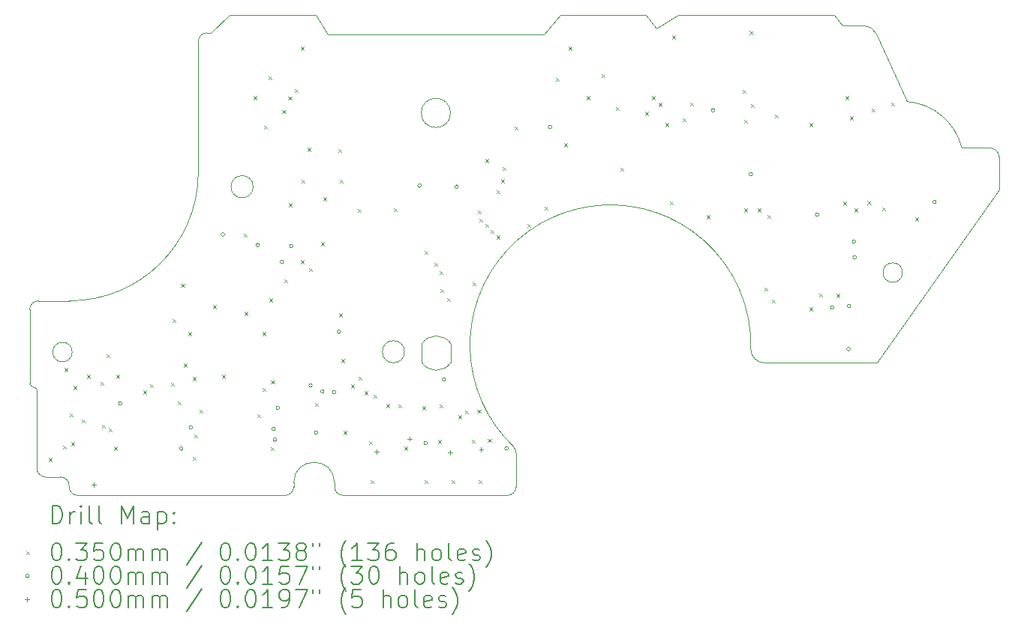
<source format=gbr>
%TF.GenerationSoftware,KiCad,Pcbnew,8.0.2*%
%TF.CreationDate,2024-09-01T00:41:52-07:00*%
%TF.ProjectId,procon_button_board,70726f63-6f6e-45f6-9275-74746f6e5f62,rev?*%
%TF.SameCoordinates,Original*%
%TF.FileFunction,Drillmap*%
%TF.FilePolarity,Positive*%
%FSLAX45Y45*%
G04 Gerber Fmt 4.5, Leading zero omitted, Abs format (unit mm)*
G04 Created by KiCad (PCBNEW 8.0.2) date 2024-09-01 00:41:52*
%MOMM*%
%LPD*%
G01*
G04 APERTURE LIST*
%ADD10C,0.100000*%
%ADD11C,0.200000*%
G04 APERTURE END LIST*
D10*
X12224800Y-13189600D02*
G75*
G02*
X11974800Y-13189600I-125000J0D01*
G01*
X11974800Y-13189600D02*
G75*
G02*
X12224800Y-13189600I125000J0D01*
G01*
X14451800Y-12355600D02*
G75*
G02*
X14121800Y-12355600I-165000J0D01*
G01*
X14121800Y-12355600D02*
G75*
G02*
X14451800Y-12355600I165000J0D01*
G01*
X15161922Y-16125842D02*
G75*
G02*
X15192803Y-16198106I-69122J-72268D01*
G01*
X20542800Y-12751600D02*
G75*
G02*
X20642800Y-12851600I0J-100000D01*
G01*
X9882800Y-16469600D02*
X10047800Y-16469600D01*
X11604800Y-11549600D02*
X11604800Y-13049600D01*
X9702800Y-14579600D02*
X9702800Y-15415385D01*
X14457800Y-15174523D02*
X14457800Y-14966677D01*
X19604800Y-12226600D02*
G75*
G02*
X20222802Y-12751599I-54870J-690830D01*
G01*
X15192800Y-16579600D02*
X15192800Y-16198106D01*
X10047800Y-16469600D02*
G75*
G02*
X10147800Y-16569600I0J-100000D01*
G01*
X10182800Y-15058600D02*
G75*
G02*
X9962800Y-15058600I-110000J0D01*
G01*
X9962800Y-15058600D02*
G75*
G02*
X10182800Y-15058600I110000J0D01*
G01*
X16654800Y-11249600D02*
X15689800Y-11249600D01*
X10247800Y-16679600D02*
G75*
G02*
X10147800Y-16579600I0J100000D01*
G01*
X17991813Y-15179600D02*
G75*
G02*
X17841810Y-15029600I-3J150000D01*
G01*
X15192800Y-16579600D02*
G75*
G02*
X15092800Y-16679600I-100000J0D01*
G01*
X9715514Y-15435957D02*
G75*
G02*
X9702805Y-15415385I10286J20567D01*
G01*
X15689800Y-11249600D02*
X15504800Y-11469600D01*
X9715514Y-15435957D02*
X9770086Y-15463243D01*
X12934800Y-11249600D02*
X11954800Y-11249600D01*
X11744800Y-11449600D02*
X11704800Y-11449600D01*
X10152800Y-14479600D02*
X9802800Y-14479600D01*
X13242800Y-16679600D02*
X15092800Y-16679600D01*
X14457800Y-15174523D02*
G75*
G02*
X14127800Y-15174523I-165000J103923D01*
G01*
X12682800Y-16579600D02*
G75*
G02*
X12582800Y-16679600I-100000J0D01*
G01*
X14127800Y-14966677D02*
X14127800Y-15174523D01*
X10247800Y-16679600D02*
X12582800Y-16679600D01*
X12682800Y-16579600D02*
X12682800Y-16534600D01*
X17310312Y-13795619D02*
G75*
G02*
X17841809Y-15029600I-1052772J-1184901D01*
G01*
X20542800Y-12751600D02*
X20222800Y-12751600D01*
X19552800Y-14159600D02*
G75*
G02*
X19332800Y-14159600I-110000J0D01*
G01*
X19332800Y-14159600D02*
G75*
G02*
X19552800Y-14159600I110000J0D01*
G01*
X9702800Y-14579600D02*
G75*
G02*
X9802800Y-14479600I100000J0D01*
G01*
X9782800Y-15483815D02*
X9782800Y-16369600D01*
X14127800Y-14966677D02*
G75*
G02*
X14457800Y-14966677I165000J-103923D01*
G01*
X11954800Y-11249600D02*
X11744800Y-11449600D01*
X15161922Y-16125842D02*
G75*
G02*
X17310316Y-13795615I1095588J1145392D01*
G01*
X12682800Y-16534600D02*
G75*
G02*
X13142800Y-16534600I230000J0D01*
G01*
X9882800Y-16469600D02*
G75*
G02*
X9782800Y-16369600I0J100000D01*
G01*
X9770086Y-15463243D02*
G75*
G02*
X9782796Y-15483815I-10286J-20567D01*
G01*
X17991813Y-15179600D02*
X19262800Y-15179600D01*
X19604800Y-12226600D02*
X19254787Y-11457470D01*
X19262800Y-15179600D02*
X20642800Y-13224600D01*
X15504800Y-11469600D02*
X13064800Y-11469600D01*
X20642800Y-13224600D02*
X20642800Y-12851600D01*
X19118260Y-11369600D02*
G75*
G02*
X19254788Y-11457470I0J-150000D01*
G01*
X10147800Y-16569600D02*
X10147800Y-16579600D01*
X13142800Y-16534600D02*
X13142800Y-16579600D01*
X19118260Y-11369600D02*
X18879800Y-11369600D01*
X18879800Y-11369600D02*
X18784800Y-11249600D01*
X13242800Y-16679600D02*
G75*
G02*
X13142800Y-16579600I0J100000D01*
G01*
X17019800Y-11249600D02*
X16779800Y-11399600D01*
X11604800Y-11549600D02*
G75*
G02*
X11704800Y-11449600I100000J0D01*
G01*
X13932800Y-15054600D02*
G75*
G02*
X13682800Y-15054600I-125000J0D01*
G01*
X13682800Y-15054600D02*
G75*
G02*
X13932800Y-15054600I125000J0D01*
G01*
X13064800Y-11469600D02*
X12934800Y-11249600D01*
X11604800Y-13049600D02*
G75*
G02*
X10152800Y-14479599I-1452000J22170D01*
G01*
X16779800Y-11399600D02*
X16654800Y-11249600D01*
X18784800Y-11249600D02*
X17019800Y-11249600D01*
D11*
D10*
X9920972Y-16256061D02*
X9955972Y-16291061D01*
X9955972Y-16256061D02*
X9920972Y-16291061D01*
X10077195Y-16119817D02*
X10112195Y-16154817D01*
X10112195Y-16119817D02*
X10077195Y-16154817D01*
X10098772Y-15240061D02*
X10133772Y-15275061D01*
X10133772Y-15240061D02*
X10098772Y-15275061D01*
X10157232Y-15751125D02*
X10192232Y-15786125D01*
X10192232Y-15751125D02*
X10157232Y-15786125D01*
X10174972Y-16078261D02*
X10209972Y-16113261D01*
X10209972Y-16078261D02*
X10174972Y-16113261D01*
X10200372Y-15443261D02*
X10235372Y-15478261D01*
X10235372Y-15443261D02*
X10200372Y-15478261D01*
X10290566Y-15817383D02*
X10325566Y-15852383D01*
X10325566Y-15817383D02*
X10290566Y-15852383D01*
X10352772Y-15316261D02*
X10387772Y-15351261D01*
X10387772Y-15316261D02*
X10352772Y-15351261D01*
X10502422Y-15397866D02*
X10537422Y-15432866D01*
X10537422Y-15397866D02*
X10502422Y-15432866D01*
X10518245Y-15880100D02*
X10553245Y-15915100D01*
X10553245Y-15880100D02*
X10518245Y-15915100D01*
X10566900Y-15086900D02*
X10601900Y-15121900D01*
X10601900Y-15086900D02*
X10566900Y-15121900D01*
X10598224Y-15920583D02*
X10633224Y-15955583D01*
X10633224Y-15920583D02*
X10598224Y-15955583D01*
X10657572Y-16129061D02*
X10692572Y-16164061D01*
X10692572Y-16129061D02*
X10657572Y-16164061D01*
X10682972Y-15316261D02*
X10717972Y-15351261D01*
X10717972Y-15316261D02*
X10682972Y-15351261D01*
X10987772Y-15494061D02*
X11022772Y-15529061D01*
X11022772Y-15494061D02*
X10987772Y-15529061D01*
X11063900Y-15419900D02*
X11098900Y-15454900D01*
X11098900Y-15419900D02*
X11063900Y-15454900D01*
X11298900Y-15408900D02*
X11333900Y-15443900D01*
X11333900Y-15408900D02*
X11298900Y-15443900D01*
X11313900Y-14683900D02*
X11348900Y-14718900D01*
X11348900Y-14683900D02*
X11313900Y-14718900D01*
X11374400Y-15616200D02*
X11409400Y-15651200D01*
X11409400Y-15616200D02*
X11374400Y-15651200D01*
X11411900Y-14288900D02*
X11446900Y-14323900D01*
X11446900Y-14288900D02*
X11411900Y-14323900D01*
X11444972Y-15189261D02*
X11479972Y-15224261D01*
X11479972Y-15189261D02*
X11444972Y-15224261D01*
X11495772Y-14833661D02*
X11530772Y-14868661D01*
X11530772Y-14833661D02*
X11495772Y-14868661D01*
X11541900Y-16242900D02*
X11576900Y-16277900D01*
X11576900Y-16242900D02*
X11541900Y-16277900D01*
X11546572Y-15341661D02*
X11581572Y-15376661D01*
X11581572Y-15341661D02*
X11546572Y-15376661D01*
X11556466Y-15992167D02*
X11591466Y-16027167D01*
X11591466Y-15992167D02*
X11556466Y-16027167D01*
X11615900Y-15711900D02*
X11650900Y-15746900D01*
X11650900Y-15711900D02*
X11615900Y-15746900D01*
X11775172Y-14528861D02*
X11810172Y-14563861D01*
X11810172Y-14528861D02*
X11775172Y-14563861D01*
X11876772Y-15316261D02*
X11911772Y-15351261D01*
X11911772Y-15316261D02*
X11876772Y-15351261D01*
X12121900Y-13718900D02*
X12156900Y-13753900D01*
X12156900Y-13718900D02*
X12121900Y-13753900D01*
X12130772Y-14605061D02*
X12165772Y-14640061D01*
X12165772Y-14605061D02*
X12130772Y-14640061D01*
X12232372Y-12166661D02*
X12267372Y-12201661D01*
X12267372Y-12166661D02*
X12232372Y-12201661D01*
X12269900Y-15759900D02*
X12304900Y-15794900D01*
X12304900Y-15759900D02*
X12269900Y-15794900D01*
X12332900Y-15462900D02*
X12367900Y-15497900D01*
X12367900Y-15462900D02*
X12332900Y-15497900D01*
X12333972Y-14833661D02*
X12368972Y-14868661D01*
X12368972Y-14833661D02*
X12333972Y-14868661D01*
X12345423Y-12497736D02*
X12380423Y-12532736D01*
X12380423Y-12497736D02*
X12345423Y-12532736D01*
X12397300Y-11946061D02*
X12432300Y-11981061D01*
X12432300Y-11946061D02*
X12397300Y-11981061D01*
X12410172Y-14452661D02*
X12445172Y-14487661D01*
X12445172Y-14452661D02*
X12410172Y-14487661D01*
X12422001Y-16136744D02*
X12457001Y-16171744D01*
X12457001Y-16136744D02*
X12422001Y-16171744D01*
X12427900Y-15382900D02*
X12462900Y-15417900D01*
X12462900Y-15382900D02*
X12427900Y-15417900D01*
X12555187Y-12322070D02*
X12590187Y-12357070D01*
X12590187Y-12322070D02*
X12555187Y-12357070D01*
X12576900Y-14235900D02*
X12611900Y-14270900D01*
X12611900Y-14235900D02*
X12576900Y-14270900D01*
X12622553Y-12174219D02*
X12657553Y-12209219D01*
X12657553Y-12174219D02*
X12622553Y-12209219D01*
X12625343Y-13378021D02*
X12660343Y-13413021D01*
X12660343Y-13378021D02*
X12625343Y-13413021D01*
X12696535Y-12087567D02*
X12731535Y-12122567D01*
X12731535Y-12087567D02*
X12696535Y-12122567D01*
X12765772Y-11607861D02*
X12800772Y-11642861D01*
X12800772Y-11607861D02*
X12765772Y-11642861D01*
X12765772Y-14020861D02*
X12800772Y-14055861D01*
X12800772Y-14020861D02*
X12765772Y-14055861D01*
X12773007Y-13109754D02*
X12808007Y-13144754D01*
X12808007Y-13109754D02*
X12773007Y-13144754D01*
X12841972Y-12750861D02*
X12876972Y-12785861D01*
X12876972Y-12750861D02*
X12841972Y-12785861D01*
X12853965Y-14109263D02*
X12888965Y-14144263D01*
X12888965Y-14109263D02*
X12853965Y-14144263D01*
X12925084Y-15635157D02*
X12960084Y-15670157D01*
X12960084Y-15635157D02*
X12925084Y-15670157D01*
X12994372Y-13817661D02*
X13029372Y-13852661D01*
X13029372Y-13817661D02*
X12994372Y-13852661D01*
X13019772Y-13309661D02*
X13054772Y-13344661D01*
X13054772Y-13309661D02*
X13019772Y-13344661D01*
X13185420Y-12763780D02*
X13220420Y-12798780D01*
X13220420Y-12763780D02*
X13185420Y-12798780D01*
X13196900Y-14621900D02*
X13231900Y-14656900D01*
X13231900Y-14621900D02*
X13196900Y-14656900D01*
X13205740Y-13109220D02*
X13240740Y-13144220D01*
X13240740Y-13109220D02*
X13205740Y-13144220D01*
X13222972Y-15138461D02*
X13257972Y-15173461D01*
X13257972Y-15138461D02*
X13222972Y-15173461D01*
X13248372Y-15951261D02*
X13283372Y-15986261D01*
X13283372Y-15951261D02*
X13248372Y-15986261D01*
X13329372Y-15426192D02*
X13364372Y-15461192D01*
X13364372Y-15426192D02*
X13329372Y-15461192D01*
X13406400Y-13444500D02*
X13441400Y-13479500D01*
X13441400Y-13444500D02*
X13406400Y-13479500D01*
X13410997Y-15338971D02*
X13445997Y-15373971D01*
X13445997Y-15338971D02*
X13410997Y-15373971D01*
X13485382Y-15502880D02*
X13520382Y-15537880D01*
X13520382Y-15502880D02*
X13485382Y-15537880D01*
X13532480Y-16068248D02*
X13567480Y-16103248D01*
X13567480Y-16068248D02*
X13532480Y-16103248D01*
X13553172Y-16503461D02*
X13588172Y-16538461D01*
X13588172Y-16503461D02*
X13553172Y-16538461D01*
X13582147Y-15544351D02*
X13617147Y-15579351D01*
X13617147Y-15544351D02*
X13582147Y-15579351D01*
X13730972Y-15646461D02*
X13765972Y-15681461D01*
X13765972Y-15646461D02*
X13730972Y-15681461D01*
X13812800Y-13431800D02*
X13847800Y-13466800D01*
X13847800Y-13431800D02*
X13812800Y-13466800D01*
X13859639Y-15649082D02*
X13894639Y-15684082D01*
X13894639Y-15649082D02*
X13859639Y-15684082D01*
X13934062Y-16129632D02*
X13969062Y-16164632D01*
X13969062Y-16129632D02*
X13934062Y-16164632D01*
X14137372Y-15671861D02*
X14172372Y-15706861D01*
X14172372Y-15671861D02*
X14137372Y-15706861D01*
X14157821Y-13917926D02*
X14192821Y-13952926D01*
X14192821Y-13917926D02*
X14157821Y-13952926D01*
X14162772Y-16503461D02*
X14197772Y-16538461D01*
X14197772Y-16503461D02*
X14162772Y-16538461D01*
X14267460Y-14054100D02*
X14302460Y-14089100D01*
X14302460Y-14054100D02*
X14267460Y-14089100D01*
X14315172Y-16052861D02*
X14350172Y-16087861D01*
X14350172Y-16052861D02*
X14315172Y-16087861D01*
X14325097Y-14141273D02*
X14360097Y-14176273D01*
X14360097Y-14141273D02*
X14325097Y-14176273D01*
X14331617Y-15652044D02*
X14366617Y-15687044D01*
X14366617Y-15652044D02*
X14331617Y-15687044D01*
X14333500Y-14346200D02*
X14368500Y-14381200D01*
X14368500Y-14346200D02*
X14333500Y-14381200D01*
X14409700Y-14447800D02*
X14444700Y-14482800D01*
X14444700Y-14447800D02*
X14409700Y-14482800D01*
X14467572Y-16503461D02*
X14502572Y-16538461D01*
X14502572Y-16503461D02*
X14467572Y-16538461D01*
X14543772Y-15773461D02*
X14578772Y-15808461D01*
X14578772Y-15773461D02*
X14543772Y-15808461D01*
X14619938Y-15719188D02*
X14654938Y-15754188D01*
X14654938Y-15719188D02*
X14619938Y-15754188D01*
X14689976Y-16052384D02*
X14724976Y-16087384D01*
X14724976Y-16052384D02*
X14689976Y-16087384D01*
X14701800Y-14270000D02*
X14736800Y-14305000D01*
X14736800Y-14270000D02*
X14701800Y-14305000D01*
X14756199Y-15711288D02*
X14791199Y-15746288D01*
X14791199Y-15711288D02*
X14756199Y-15746288D01*
X14762760Y-13459740D02*
X14797760Y-13494740D01*
X14797760Y-13459740D02*
X14762760Y-13494740D01*
X14772372Y-16503461D02*
X14807372Y-16538461D01*
X14807372Y-16503461D02*
X14772372Y-16538461D01*
X14780540Y-13548640D02*
X14815540Y-13583640D01*
X14815540Y-13548640D02*
X14780540Y-13583640D01*
X14844040Y-13612140D02*
X14879040Y-13647140D01*
X14879040Y-13612140D02*
X14844040Y-13647140D01*
X14846580Y-12878080D02*
X14881580Y-12913080D01*
X14881580Y-12878080D02*
X14846580Y-12913080D01*
X14874423Y-16043920D02*
X14909423Y-16078920D01*
X14909423Y-16043920D02*
X14874423Y-16078920D01*
X14907540Y-13678180D02*
X14942540Y-13713180D01*
X14942540Y-13678180D02*
X14907540Y-13713180D01*
X14968500Y-13228600D02*
X15003500Y-13263600D01*
X15003500Y-13228600D02*
X14968500Y-13263600D01*
X14973580Y-13741680D02*
X15008580Y-13776680D01*
X15008580Y-13741680D02*
X14973580Y-13776680D01*
X15026372Y-13106461D02*
X15061372Y-13141461D01*
X15061372Y-13106461D02*
X15026372Y-13141461D01*
X15039620Y-12966980D02*
X15074620Y-13001980D01*
X15074620Y-12966980D02*
X15039620Y-13001980D01*
X15176780Y-12512320D02*
X15211780Y-12547320D01*
X15211780Y-12512320D02*
X15176780Y-12547320D01*
X15319900Y-13608900D02*
X15354900Y-13643900D01*
X15354900Y-13608900D02*
X15319900Y-13643900D01*
X15517140Y-13415900D02*
X15552140Y-13450900D01*
X15552140Y-13415900D02*
X15517140Y-13450900D01*
X15641600Y-11958600D02*
X15676600Y-11993600D01*
X15676600Y-11958600D02*
X15641600Y-11993600D01*
X15737572Y-12700061D02*
X15772572Y-12735061D01*
X15772572Y-12700061D02*
X15737572Y-12735061D01*
X15788372Y-11607861D02*
X15823372Y-11642861D01*
X15823372Y-11607861D02*
X15788372Y-11642861D01*
X15991572Y-12166661D02*
X16026572Y-12201661D01*
X16026572Y-12166661D02*
X15991572Y-12201661D01*
X16159760Y-11917094D02*
X16194760Y-11952094D01*
X16194760Y-11917094D02*
X16159760Y-11952094D01*
X16321772Y-12288800D02*
X16356772Y-12323800D01*
X16356772Y-12288800D02*
X16321772Y-12323800D01*
X16365500Y-12974600D02*
X16400500Y-13009600D01*
X16400500Y-12974600D02*
X16365500Y-13009600D01*
X16651972Y-12344461D02*
X16686972Y-12379461D01*
X16686972Y-12344461D02*
X16651972Y-12379461D01*
X16728172Y-12166661D02*
X16763172Y-12201661D01*
X16763172Y-12166661D02*
X16728172Y-12201661D01*
X16804372Y-12242861D02*
X16839372Y-12277861D01*
X16839372Y-12242861D02*
X16804372Y-12277861D01*
X16880572Y-12471461D02*
X16915572Y-12506461D01*
X16915572Y-12471461D02*
X16880572Y-12506461D01*
X16924300Y-13355600D02*
X16959300Y-13390600D01*
X16959300Y-13355600D02*
X16924300Y-13390600D01*
X16956772Y-11480861D02*
X16991772Y-11515861D01*
X16991772Y-11480861D02*
X16956772Y-11515861D01*
X17074966Y-12419625D02*
X17109966Y-12454625D01*
X17109966Y-12419625D02*
X17074966Y-12454625D01*
X17152900Y-12238000D02*
X17187900Y-12273000D01*
X17187900Y-12238000D02*
X17152900Y-12273000D01*
X17340468Y-13512565D02*
X17375468Y-13547565D01*
X17375468Y-13512565D02*
X17340468Y-13547565D01*
X17745934Y-12093592D02*
X17780934Y-12128592D01*
X17780934Y-12093592D02*
X17745934Y-12128592D01*
X17767580Y-12433580D02*
X17802580Y-12468580D01*
X17802580Y-12433580D02*
X17767580Y-12468580D01*
X17769572Y-13436661D02*
X17804572Y-13471661D01*
X17804572Y-13436661D02*
X17769572Y-13471661D01*
X17829900Y-11430061D02*
X17864900Y-11465061D01*
X17864900Y-11430061D02*
X17829900Y-11465061D01*
X17838700Y-12258320D02*
X17873700Y-12293320D01*
X17873700Y-12258320D02*
X17838700Y-12293320D01*
X17921972Y-13436661D02*
X17956972Y-13471661D01*
X17956972Y-13436661D02*
X17921972Y-13471661D01*
X17992900Y-14327900D02*
X18027900Y-14362900D01*
X18027900Y-14327900D02*
X17992900Y-14362900D01*
X18029200Y-13508000D02*
X18064200Y-13543000D01*
X18064200Y-13508000D02*
X18029200Y-13543000D01*
X18077900Y-14468900D02*
X18112900Y-14503900D01*
X18112900Y-14468900D02*
X18077900Y-14503900D01*
X18115923Y-12371877D02*
X18150923Y-12406877D01*
X18150923Y-12371877D02*
X18115923Y-12406877D01*
X18506172Y-12471461D02*
X18541172Y-12506461D01*
X18541172Y-12471461D02*
X18506172Y-12506461D01*
X18506172Y-14554261D02*
X18541172Y-14589261D01*
X18541172Y-14554261D02*
X18506172Y-14589261D01*
X18613400Y-14397000D02*
X18648400Y-14432000D01*
X18648400Y-14397000D02*
X18613400Y-14432000D01*
X18810972Y-14401861D02*
X18845972Y-14436861D01*
X18845972Y-14401861D02*
X18810972Y-14436861D01*
X18887172Y-13360461D02*
X18922172Y-13395461D01*
X18922172Y-13360461D02*
X18887172Y-13395461D01*
X18912572Y-12166661D02*
X18947572Y-12201661D01*
X18947572Y-12166661D02*
X18912572Y-12201661D01*
X18963372Y-12395261D02*
X18998372Y-12430261D01*
X18998372Y-12395261D02*
X18963372Y-12430261D01*
X19014172Y-13436661D02*
X19049172Y-13471661D01*
X19049172Y-13436661D02*
X19014172Y-13471661D01*
X19158900Y-13351900D02*
X19193900Y-13386900D01*
X19193900Y-13351900D02*
X19158900Y-13386900D01*
X19203900Y-12309900D02*
X19238900Y-12344900D01*
X19238900Y-12309900D02*
X19203900Y-12344900D01*
X19325798Y-13421854D02*
X19360798Y-13456854D01*
X19360798Y-13421854D02*
X19325798Y-13456854D01*
X19426200Y-12238000D02*
X19461200Y-12273000D01*
X19461200Y-12238000D02*
X19426200Y-12273000D01*
X19699972Y-13538261D02*
X19734972Y-13573261D01*
X19734972Y-13538261D02*
X19699972Y-13573261D01*
X10745872Y-15638561D02*
G75*
G02*
X10705872Y-15638561I-20000J0D01*
G01*
X10705872Y-15638561D02*
G75*
G02*
X10745872Y-15638561I20000J0D01*
G01*
X11434400Y-16149400D02*
G75*
G02*
X11394400Y-16149400I-20000J0D01*
G01*
X11394400Y-16149400D02*
G75*
G02*
X11434400Y-16149400I20000J0D01*
G01*
X11539400Y-15908400D02*
G75*
G02*
X11499400Y-15908400I-20000J0D01*
G01*
X11499400Y-15908400D02*
G75*
G02*
X11539400Y-15908400I20000J0D01*
G01*
X11902400Y-13730400D02*
G75*
G02*
X11862400Y-13730400I-20000J0D01*
G01*
X11862400Y-13730400D02*
G75*
G02*
X11902400Y-13730400I20000J0D01*
G01*
X12295558Y-13850328D02*
G75*
G02*
X12255558Y-13850328I-20000J0D01*
G01*
X12255558Y-13850328D02*
G75*
G02*
X12295558Y-13850328I20000J0D01*
G01*
X12475400Y-15925357D02*
G75*
G02*
X12435400Y-15925357I-20000J0D01*
G01*
X12435400Y-15925357D02*
G75*
G02*
X12475400Y-15925357I20000J0D01*
G01*
X12490400Y-16048400D02*
G75*
G02*
X12450400Y-16048400I-20000J0D01*
G01*
X12450400Y-16048400D02*
G75*
G02*
X12490400Y-16048400I20000J0D01*
G01*
X12523872Y-15689361D02*
G75*
G02*
X12483872Y-15689361I-20000J0D01*
G01*
X12483872Y-15689361D02*
G75*
G02*
X12523872Y-15689361I20000J0D01*
G01*
X12569400Y-14037400D02*
G75*
G02*
X12529400Y-14037400I-20000J0D01*
G01*
X12529400Y-14037400D02*
G75*
G02*
X12569400Y-14037400I20000J0D01*
G01*
X12676272Y-13860561D02*
G75*
G02*
X12636272Y-13860561I-20000J0D01*
G01*
X12636272Y-13860561D02*
G75*
G02*
X12676272Y-13860561I20000J0D01*
G01*
X12892790Y-15435361D02*
G75*
G02*
X12852790Y-15435361I-20000J0D01*
G01*
X12852790Y-15435361D02*
G75*
G02*
X12892790Y-15435361I20000J0D01*
G01*
X12955672Y-15968761D02*
G75*
G02*
X12915672Y-15968761I-20000J0D01*
G01*
X12915672Y-15968761D02*
G75*
G02*
X12955672Y-15968761I20000J0D01*
G01*
X13025400Y-15504400D02*
G75*
G02*
X12985400Y-15504400I-20000J0D01*
G01*
X12985400Y-15504400D02*
G75*
G02*
X13025400Y-15504400I20000J0D01*
G01*
X13158872Y-15511561D02*
G75*
G02*
X13118872Y-15511561I-20000J0D01*
G01*
X13118872Y-15511561D02*
G75*
G02*
X13158872Y-15511561I20000J0D01*
G01*
X13213400Y-14828400D02*
G75*
G02*
X13173400Y-14828400I-20000J0D01*
G01*
X13173400Y-14828400D02*
G75*
G02*
X13213400Y-14828400I20000J0D01*
G01*
X14122400Y-13177400D02*
G75*
G02*
X14082400Y-13177400I-20000J0D01*
G01*
X14082400Y-13177400D02*
G75*
G02*
X14122400Y-13177400I20000J0D01*
G01*
X14191092Y-16088761D02*
G75*
G02*
X14151092Y-16088761I-20000J0D01*
G01*
X14151092Y-16088761D02*
G75*
G02*
X14191092Y-16088761I20000J0D01*
G01*
X14396400Y-15367000D02*
G75*
G02*
X14356400Y-15367000I-20000J0D01*
G01*
X14356400Y-15367000D02*
G75*
G02*
X14396400Y-15367000I20000J0D01*
G01*
X14541400Y-13188400D02*
G75*
G02*
X14501400Y-13188400I-20000J0D01*
G01*
X14501400Y-13188400D02*
G75*
G02*
X14541400Y-13188400I20000J0D01*
G01*
X15104209Y-16146469D02*
G75*
G02*
X15064209Y-16146469I-20000J0D01*
G01*
X15064209Y-16146469D02*
G75*
G02*
X15104209Y-16146469I20000J0D01*
G01*
X15595280Y-12514580D02*
G75*
G02*
X15555280Y-12514580I-20000J0D01*
G01*
X15555280Y-12514580D02*
G75*
G02*
X15595280Y-12514580I20000J0D01*
G01*
X17435400Y-12325400D02*
G75*
G02*
X17395400Y-12325400I-20000J0D01*
G01*
X17395400Y-12325400D02*
G75*
G02*
X17435400Y-12325400I20000J0D01*
G01*
X17860400Y-13046400D02*
G75*
G02*
X17820400Y-13046400I-20000J0D01*
G01*
X17820400Y-13046400D02*
G75*
G02*
X17860400Y-13046400I20000J0D01*
G01*
X18609494Y-13505176D02*
G75*
G02*
X18569494Y-13505176I-20000J0D01*
G01*
X18569494Y-13505176D02*
G75*
G02*
X18609494Y-13505176I20000J0D01*
G01*
X18778400Y-14556400D02*
G75*
G02*
X18738400Y-14556400I-20000J0D01*
G01*
X18738400Y-14556400D02*
G75*
G02*
X18778400Y-14556400I20000J0D01*
G01*
X18963400Y-15026400D02*
G75*
G02*
X18923400Y-15026400I-20000J0D01*
G01*
X18923400Y-15026400D02*
G75*
G02*
X18963400Y-15026400I20000J0D01*
G01*
X18968400Y-14538960D02*
G75*
G02*
X18928400Y-14538960I-20000J0D01*
G01*
X18928400Y-14538960D02*
G75*
G02*
X18968400Y-14538960I20000J0D01*
G01*
X19026272Y-13809761D02*
G75*
G02*
X18986272Y-13809761I-20000J0D01*
G01*
X18986272Y-13809761D02*
G75*
G02*
X19026272Y-13809761I20000J0D01*
G01*
X19032568Y-13988155D02*
G75*
G02*
X18992568Y-13988155I-20000J0D01*
G01*
X18992568Y-13988155D02*
G75*
G02*
X19032568Y-13988155I20000J0D01*
G01*
X19934400Y-13362400D02*
G75*
G02*
X19894400Y-13362400I-20000J0D01*
G01*
X19894400Y-13362400D02*
G75*
G02*
X19934400Y-13362400I20000J0D01*
G01*
X10422722Y-16530253D02*
X10422722Y-16580253D01*
X10397722Y-16555253D02*
X10447722Y-16555253D01*
X13614322Y-16158370D02*
X13614322Y-16208370D01*
X13589322Y-16183370D02*
X13639322Y-16183370D01*
X13988540Y-16011937D02*
X13988540Y-16061937D01*
X13963540Y-16036937D02*
X14013540Y-16036937D01*
X14450016Y-16169591D02*
X14450016Y-16219591D01*
X14425016Y-16194591D02*
X14475016Y-16194591D01*
X14798738Y-16134781D02*
X14798738Y-16184781D01*
X14773738Y-16159781D02*
X14823738Y-16159781D01*
D11*
X9958577Y-16996084D02*
X9958577Y-16796084D01*
X9958577Y-16796084D02*
X10006196Y-16796084D01*
X10006196Y-16796084D02*
X10034767Y-16805608D01*
X10034767Y-16805608D02*
X10053815Y-16824655D01*
X10053815Y-16824655D02*
X10063339Y-16843703D01*
X10063339Y-16843703D02*
X10072863Y-16881798D01*
X10072863Y-16881798D02*
X10072863Y-16910370D01*
X10072863Y-16910370D02*
X10063339Y-16948465D01*
X10063339Y-16948465D02*
X10053815Y-16967512D01*
X10053815Y-16967512D02*
X10034767Y-16986560D01*
X10034767Y-16986560D02*
X10006196Y-16996084D01*
X10006196Y-16996084D02*
X9958577Y-16996084D01*
X10158577Y-16996084D02*
X10158577Y-16862750D01*
X10158577Y-16900846D02*
X10168101Y-16881798D01*
X10168101Y-16881798D02*
X10177624Y-16872274D01*
X10177624Y-16872274D02*
X10196672Y-16862750D01*
X10196672Y-16862750D02*
X10215720Y-16862750D01*
X10282386Y-16996084D02*
X10282386Y-16862750D01*
X10282386Y-16796084D02*
X10272863Y-16805608D01*
X10272863Y-16805608D02*
X10282386Y-16815131D01*
X10282386Y-16815131D02*
X10291910Y-16805608D01*
X10291910Y-16805608D02*
X10282386Y-16796084D01*
X10282386Y-16796084D02*
X10282386Y-16815131D01*
X10406196Y-16996084D02*
X10387148Y-16986560D01*
X10387148Y-16986560D02*
X10377624Y-16967512D01*
X10377624Y-16967512D02*
X10377624Y-16796084D01*
X10510958Y-16996084D02*
X10491910Y-16986560D01*
X10491910Y-16986560D02*
X10482386Y-16967512D01*
X10482386Y-16967512D02*
X10482386Y-16796084D01*
X10739529Y-16996084D02*
X10739529Y-16796084D01*
X10739529Y-16796084D02*
X10806196Y-16938941D01*
X10806196Y-16938941D02*
X10872863Y-16796084D01*
X10872863Y-16796084D02*
X10872863Y-16996084D01*
X11053815Y-16996084D02*
X11053815Y-16891322D01*
X11053815Y-16891322D02*
X11044291Y-16872274D01*
X11044291Y-16872274D02*
X11025244Y-16862750D01*
X11025244Y-16862750D02*
X10987148Y-16862750D01*
X10987148Y-16862750D02*
X10968101Y-16872274D01*
X11053815Y-16986560D02*
X11034767Y-16996084D01*
X11034767Y-16996084D02*
X10987148Y-16996084D01*
X10987148Y-16996084D02*
X10968101Y-16986560D01*
X10968101Y-16986560D02*
X10958577Y-16967512D01*
X10958577Y-16967512D02*
X10958577Y-16948465D01*
X10958577Y-16948465D02*
X10968101Y-16929417D01*
X10968101Y-16929417D02*
X10987148Y-16919893D01*
X10987148Y-16919893D02*
X11034767Y-16919893D01*
X11034767Y-16919893D02*
X11053815Y-16910370D01*
X11149053Y-16862750D02*
X11149053Y-17062750D01*
X11149053Y-16872274D02*
X11168101Y-16862750D01*
X11168101Y-16862750D02*
X11206196Y-16862750D01*
X11206196Y-16862750D02*
X11225243Y-16872274D01*
X11225243Y-16872274D02*
X11234767Y-16881798D01*
X11234767Y-16881798D02*
X11244291Y-16900846D01*
X11244291Y-16900846D02*
X11244291Y-16957989D01*
X11244291Y-16957989D02*
X11234767Y-16977036D01*
X11234767Y-16977036D02*
X11225243Y-16986560D01*
X11225243Y-16986560D02*
X11206196Y-16996084D01*
X11206196Y-16996084D02*
X11168101Y-16996084D01*
X11168101Y-16996084D02*
X11149053Y-16986560D01*
X11330005Y-16977036D02*
X11339529Y-16986560D01*
X11339529Y-16986560D02*
X11330005Y-16996084D01*
X11330005Y-16996084D02*
X11320482Y-16986560D01*
X11320482Y-16986560D02*
X11330005Y-16977036D01*
X11330005Y-16977036D02*
X11330005Y-16996084D01*
X11330005Y-16872274D02*
X11339529Y-16881798D01*
X11339529Y-16881798D02*
X11330005Y-16891322D01*
X11330005Y-16891322D02*
X11320482Y-16881798D01*
X11320482Y-16881798D02*
X11330005Y-16872274D01*
X11330005Y-16872274D02*
X11330005Y-16891322D01*
D10*
X9662800Y-17307100D02*
X9697800Y-17342100D01*
X9697800Y-17307100D02*
X9662800Y-17342100D01*
D11*
X9996672Y-17216084D02*
X10015720Y-17216084D01*
X10015720Y-17216084D02*
X10034767Y-17225608D01*
X10034767Y-17225608D02*
X10044291Y-17235131D01*
X10044291Y-17235131D02*
X10053815Y-17254179D01*
X10053815Y-17254179D02*
X10063339Y-17292274D01*
X10063339Y-17292274D02*
X10063339Y-17339893D01*
X10063339Y-17339893D02*
X10053815Y-17377989D01*
X10053815Y-17377989D02*
X10044291Y-17397036D01*
X10044291Y-17397036D02*
X10034767Y-17406560D01*
X10034767Y-17406560D02*
X10015720Y-17416084D01*
X10015720Y-17416084D02*
X9996672Y-17416084D01*
X9996672Y-17416084D02*
X9977624Y-17406560D01*
X9977624Y-17406560D02*
X9968101Y-17397036D01*
X9968101Y-17397036D02*
X9958577Y-17377989D01*
X9958577Y-17377989D02*
X9949053Y-17339893D01*
X9949053Y-17339893D02*
X9949053Y-17292274D01*
X9949053Y-17292274D02*
X9958577Y-17254179D01*
X9958577Y-17254179D02*
X9968101Y-17235131D01*
X9968101Y-17235131D02*
X9977624Y-17225608D01*
X9977624Y-17225608D02*
X9996672Y-17216084D01*
X10149053Y-17397036D02*
X10158577Y-17406560D01*
X10158577Y-17406560D02*
X10149053Y-17416084D01*
X10149053Y-17416084D02*
X10139529Y-17406560D01*
X10139529Y-17406560D02*
X10149053Y-17397036D01*
X10149053Y-17397036D02*
X10149053Y-17416084D01*
X10225244Y-17216084D02*
X10349053Y-17216084D01*
X10349053Y-17216084D02*
X10282386Y-17292274D01*
X10282386Y-17292274D02*
X10310958Y-17292274D01*
X10310958Y-17292274D02*
X10330005Y-17301798D01*
X10330005Y-17301798D02*
X10339529Y-17311322D01*
X10339529Y-17311322D02*
X10349053Y-17330370D01*
X10349053Y-17330370D02*
X10349053Y-17377989D01*
X10349053Y-17377989D02*
X10339529Y-17397036D01*
X10339529Y-17397036D02*
X10330005Y-17406560D01*
X10330005Y-17406560D02*
X10310958Y-17416084D01*
X10310958Y-17416084D02*
X10253815Y-17416084D01*
X10253815Y-17416084D02*
X10234767Y-17406560D01*
X10234767Y-17406560D02*
X10225244Y-17397036D01*
X10530005Y-17216084D02*
X10434767Y-17216084D01*
X10434767Y-17216084D02*
X10425244Y-17311322D01*
X10425244Y-17311322D02*
X10434767Y-17301798D01*
X10434767Y-17301798D02*
X10453815Y-17292274D01*
X10453815Y-17292274D02*
X10501434Y-17292274D01*
X10501434Y-17292274D02*
X10520482Y-17301798D01*
X10520482Y-17301798D02*
X10530005Y-17311322D01*
X10530005Y-17311322D02*
X10539529Y-17330370D01*
X10539529Y-17330370D02*
X10539529Y-17377989D01*
X10539529Y-17377989D02*
X10530005Y-17397036D01*
X10530005Y-17397036D02*
X10520482Y-17406560D01*
X10520482Y-17406560D02*
X10501434Y-17416084D01*
X10501434Y-17416084D02*
X10453815Y-17416084D01*
X10453815Y-17416084D02*
X10434767Y-17406560D01*
X10434767Y-17406560D02*
X10425244Y-17397036D01*
X10663339Y-17216084D02*
X10682386Y-17216084D01*
X10682386Y-17216084D02*
X10701434Y-17225608D01*
X10701434Y-17225608D02*
X10710958Y-17235131D01*
X10710958Y-17235131D02*
X10720482Y-17254179D01*
X10720482Y-17254179D02*
X10730005Y-17292274D01*
X10730005Y-17292274D02*
X10730005Y-17339893D01*
X10730005Y-17339893D02*
X10720482Y-17377989D01*
X10720482Y-17377989D02*
X10710958Y-17397036D01*
X10710958Y-17397036D02*
X10701434Y-17406560D01*
X10701434Y-17406560D02*
X10682386Y-17416084D01*
X10682386Y-17416084D02*
X10663339Y-17416084D01*
X10663339Y-17416084D02*
X10644291Y-17406560D01*
X10644291Y-17406560D02*
X10634767Y-17397036D01*
X10634767Y-17397036D02*
X10625244Y-17377989D01*
X10625244Y-17377989D02*
X10615720Y-17339893D01*
X10615720Y-17339893D02*
X10615720Y-17292274D01*
X10615720Y-17292274D02*
X10625244Y-17254179D01*
X10625244Y-17254179D02*
X10634767Y-17235131D01*
X10634767Y-17235131D02*
X10644291Y-17225608D01*
X10644291Y-17225608D02*
X10663339Y-17216084D01*
X10815720Y-17416084D02*
X10815720Y-17282750D01*
X10815720Y-17301798D02*
X10825244Y-17292274D01*
X10825244Y-17292274D02*
X10844291Y-17282750D01*
X10844291Y-17282750D02*
X10872863Y-17282750D01*
X10872863Y-17282750D02*
X10891910Y-17292274D01*
X10891910Y-17292274D02*
X10901434Y-17311322D01*
X10901434Y-17311322D02*
X10901434Y-17416084D01*
X10901434Y-17311322D02*
X10910958Y-17292274D01*
X10910958Y-17292274D02*
X10930005Y-17282750D01*
X10930005Y-17282750D02*
X10958577Y-17282750D01*
X10958577Y-17282750D02*
X10977625Y-17292274D01*
X10977625Y-17292274D02*
X10987148Y-17311322D01*
X10987148Y-17311322D02*
X10987148Y-17416084D01*
X11082386Y-17416084D02*
X11082386Y-17282750D01*
X11082386Y-17301798D02*
X11091910Y-17292274D01*
X11091910Y-17292274D02*
X11110958Y-17282750D01*
X11110958Y-17282750D02*
X11139529Y-17282750D01*
X11139529Y-17282750D02*
X11158577Y-17292274D01*
X11158577Y-17292274D02*
X11168101Y-17311322D01*
X11168101Y-17311322D02*
X11168101Y-17416084D01*
X11168101Y-17311322D02*
X11177625Y-17292274D01*
X11177625Y-17292274D02*
X11196672Y-17282750D01*
X11196672Y-17282750D02*
X11225243Y-17282750D01*
X11225243Y-17282750D02*
X11244291Y-17292274D01*
X11244291Y-17292274D02*
X11253815Y-17311322D01*
X11253815Y-17311322D02*
X11253815Y-17416084D01*
X11644291Y-17206560D02*
X11472863Y-17463703D01*
X11901434Y-17216084D02*
X11920482Y-17216084D01*
X11920482Y-17216084D02*
X11939529Y-17225608D01*
X11939529Y-17225608D02*
X11949053Y-17235131D01*
X11949053Y-17235131D02*
X11958577Y-17254179D01*
X11958577Y-17254179D02*
X11968101Y-17292274D01*
X11968101Y-17292274D02*
X11968101Y-17339893D01*
X11968101Y-17339893D02*
X11958577Y-17377989D01*
X11958577Y-17377989D02*
X11949053Y-17397036D01*
X11949053Y-17397036D02*
X11939529Y-17406560D01*
X11939529Y-17406560D02*
X11920482Y-17416084D01*
X11920482Y-17416084D02*
X11901434Y-17416084D01*
X11901434Y-17416084D02*
X11882386Y-17406560D01*
X11882386Y-17406560D02*
X11872863Y-17397036D01*
X11872863Y-17397036D02*
X11863339Y-17377989D01*
X11863339Y-17377989D02*
X11853815Y-17339893D01*
X11853815Y-17339893D02*
X11853815Y-17292274D01*
X11853815Y-17292274D02*
X11863339Y-17254179D01*
X11863339Y-17254179D02*
X11872863Y-17235131D01*
X11872863Y-17235131D02*
X11882386Y-17225608D01*
X11882386Y-17225608D02*
X11901434Y-17216084D01*
X12053815Y-17397036D02*
X12063339Y-17406560D01*
X12063339Y-17406560D02*
X12053815Y-17416084D01*
X12053815Y-17416084D02*
X12044291Y-17406560D01*
X12044291Y-17406560D02*
X12053815Y-17397036D01*
X12053815Y-17397036D02*
X12053815Y-17416084D01*
X12187148Y-17216084D02*
X12206196Y-17216084D01*
X12206196Y-17216084D02*
X12225244Y-17225608D01*
X12225244Y-17225608D02*
X12234767Y-17235131D01*
X12234767Y-17235131D02*
X12244291Y-17254179D01*
X12244291Y-17254179D02*
X12253815Y-17292274D01*
X12253815Y-17292274D02*
X12253815Y-17339893D01*
X12253815Y-17339893D02*
X12244291Y-17377989D01*
X12244291Y-17377989D02*
X12234767Y-17397036D01*
X12234767Y-17397036D02*
X12225244Y-17406560D01*
X12225244Y-17406560D02*
X12206196Y-17416084D01*
X12206196Y-17416084D02*
X12187148Y-17416084D01*
X12187148Y-17416084D02*
X12168101Y-17406560D01*
X12168101Y-17406560D02*
X12158577Y-17397036D01*
X12158577Y-17397036D02*
X12149053Y-17377989D01*
X12149053Y-17377989D02*
X12139529Y-17339893D01*
X12139529Y-17339893D02*
X12139529Y-17292274D01*
X12139529Y-17292274D02*
X12149053Y-17254179D01*
X12149053Y-17254179D02*
X12158577Y-17235131D01*
X12158577Y-17235131D02*
X12168101Y-17225608D01*
X12168101Y-17225608D02*
X12187148Y-17216084D01*
X12444291Y-17416084D02*
X12330006Y-17416084D01*
X12387148Y-17416084D02*
X12387148Y-17216084D01*
X12387148Y-17216084D02*
X12368101Y-17244655D01*
X12368101Y-17244655D02*
X12349053Y-17263703D01*
X12349053Y-17263703D02*
X12330006Y-17273227D01*
X12510958Y-17216084D02*
X12634767Y-17216084D01*
X12634767Y-17216084D02*
X12568101Y-17292274D01*
X12568101Y-17292274D02*
X12596672Y-17292274D01*
X12596672Y-17292274D02*
X12615720Y-17301798D01*
X12615720Y-17301798D02*
X12625244Y-17311322D01*
X12625244Y-17311322D02*
X12634767Y-17330370D01*
X12634767Y-17330370D02*
X12634767Y-17377989D01*
X12634767Y-17377989D02*
X12625244Y-17397036D01*
X12625244Y-17397036D02*
X12615720Y-17406560D01*
X12615720Y-17406560D02*
X12596672Y-17416084D01*
X12596672Y-17416084D02*
X12539529Y-17416084D01*
X12539529Y-17416084D02*
X12520482Y-17406560D01*
X12520482Y-17406560D02*
X12510958Y-17397036D01*
X12749053Y-17301798D02*
X12730006Y-17292274D01*
X12730006Y-17292274D02*
X12720482Y-17282750D01*
X12720482Y-17282750D02*
X12710958Y-17263703D01*
X12710958Y-17263703D02*
X12710958Y-17254179D01*
X12710958Y-17254179D02*
X12720482Y-17235131D01*
X12720482Y-17235131D02*
X12730006Y-17225608D01*
X12730006Y-17225608D02*
X12749053Y-17216084D01*
X12749053Y-17216084D02*
X12787148Y-17216084D01*
X12787148Y-17216084D02*
X12806196Y-17225608D01*
X12806196Y-17225608D02*
X12815720Y-17235131D01*
X12815720Y-17235131D02*
X12825244Y-17254179D01*
X12825244Y-17254179D02*
X12825244Y-17263703D01*
X12825244Y-17263703D02*
X12815720Y-17282750D01*
X12815720Y-17282750D02*
X12806196Y-17292274D01*
X12806196Y-17292274D02*
X12787148Y-17301798D01*
X12787148Y-17301798D02*
X12749053Y-17301798D01*
X12749053Y-17301798D02*
X12730006Y-17311322D01*
X12730006Y-17311322D02*
X12720482Y-17320846D01*
X12720482Y-17320846D02*
X12710958Y-17339893D01*
X12710958Y-17339893D02*
X12710958Y-17377989D01*
X12710958Y-17377989D02*
X12720482Y-17397036D01*
X12720482Y-17397036D02*
X12730006Y-17406560D01*
X12730006Y-17406560D02*
X12749053Y-17416084D01*
X12749053Y-17416084D02*
X12787148Y-17416084D01*
X12787148Y-17416084D02*
X12806196Y-17406560D01*
X12806196Y-17406560D02*
X12815720Y-17397036D01*
X12815720Y-17397036D02*
X12825244Y-17377989D01*
X12825244Y-17377989D02*
X12825244Y-17339893D01*
X12825244Y-17339893D02*
X12815720Y-17320846D01*
X12815720Y-17320846D02*
X12806196Y-17311322D01*
X12806196Y-17311322D02*
X12787148Y-17301798D01*
X12901434Y-17216084D02*
X12901434Y-17254179D01*
X12977625Y-17216084D02*
X12977625Y-17254179D01*
X13272863Y-17492274D02*
X13263339Y-17482750D01*
X13263339Y-17482750D02*
X13244291Y-17454179D01*
X13244291Y-17454179D02*
X13234768Y-17435131D01*
X13234768Y-17435131D02*
X13225244Y-17406560D01*
X13225244Y-17406560D02*
X13215720Y-17358941D01*
X13215720Y-17358941D02*
X13215720Y-17320846D01*
X13215720Y-17320846D02*
X13225244Y-17273227D01*
X13225244Y-17273227D02*
X13234768Y-17244655D01*
X13234768Y-17244655D02*
X13244291Y-17225608D01*
X13244291Y-17225608D02*
X13263339Y-17197036D01*
X13263339Y-17197036D02*
X13272863Y-17187512D01*
X13453815Y-17416084D02*
X13339529Y-17416084D01*
X13396672Y-17416084D02*
X13396672Y-17216084D01*
X13396672Y-17216084D02*
X13377625Y-17244655D01*
X13377625Y-17244655D02*
X13358577Y-17263703D01*
X13358577Y-17263703D02*
X13339529Y-17273227D01*
X13520482Y-17216084D02*
X13644291Y-17216084D01*
X13644291Y-17216084D02*
X13577625Y-17292274D01*
X13577625Y-17292274D02*
X13606196Y-17292274D01*
X13606196Y-17292274D02*
X13625244Y-17301798D01*
X13625244Y-17301798D02*
X13634768Y-17311322D01*
X13634768Y-17311322D02*
X13644291Y-17330370D01*
X13644291Y-17330370D02*
X13644291Y-17377989D01*
X13644291Y-17377989D02*
X13634768Y-17397036D01*
X13634768Y-17397036D02*
X13625244Y-17406560D01*
X13625244Y-17406560D02*
X13606196Y-17416084D01*
X13606196Y-17416084D02*
X13549053Y-17416084D01*
X13549053Y-17416084D02*
X13530006Y-17406560D01*
X13530006Y-17406560D02*
X13520482Y-17397036D01*
X13815720Y-17216084D02*
X13777625Y-17216084D01*
X13777625Y-17216084D02*
X13758577Y-17225608D01*
X13758577Y-17225608D02*
X13749053Y-17235131D01*
X13749053Y-17235131D02*
X13730006Y-17263703D01*
X13730006Y-17263703D02*
X13720482Y-17301798D01*
X13720482Y-17301798D02*
X13720482Y-17377989D01*
X13720482Y-17377989D02*
X13730006Y-17397036D01*
X13730006Y-17397036D02*
X13739529Y-17406560D01*
X13739529Y-17406560D02*
X13758577Y-17416084D01*
X13758577Y-17416084D02*
X13796672Y-17416084D01*
X13796672Y-17416084D02*
X13815720Y-17406560D01*
X13815720Y-17406560D02*
X13825244Y-17397036D01*
X13825244Y-17397036D02*
X13834768Y-17377989D01*
X13834768Y-17377989D02*
X13834768Y-17330370D01*
X13834768Y-17330370D02*
X13825244Y-17311322D01*
X13825244Y-17311322D02*
X13815720Y-17301798D01*
X13815720Y-17301798D02*
X13796672Y-17292274D01*
X13796672Y-17292274D02*
X13758577Y-17292274D01*
X13758577Y-17292274D02*
X13739529Y-17301798D01*
X13739529Y-17301798D02*
X13730006Y-17311322D01*
X13730006Y-17311322D02*
X13720482Y-17330370D01*
X14072863Y-17416084D02*
X14072863Y-17216084D01*
X14158577Y-17416084D02*
X14158577Y-17311322D01*
X14158577Y-17311322D02*
X14149053Y-17292274D01*
X14149053Y-17292274D02*
X14130006Y-17282750D01*
X14130006Y-17282750D02*
X14101434Y-17282750D01*
X14101434Y-17282750D02*
X14082387Y-17292274D01*
X14082387Y-17292274D02*
X14072863Y-17301798D01*
X14282387Y-17416084D02*
X14263339Y-17406560D01*
X14263339Y-17406560D02*
X14253815Y-17397036D01*
X14253815Y-17397036D02*
X14244291Y-17377989D01*
X14244291Y-17377989D02*
X14244291Y-17320846D01*
X14244291Y-17320846D02*
X14253815Y-17301798D01*
X14253815Y-17301798D02*
X14263339Y-17292274D01*
X14263339Y-17292274D02*
X14282387Y-17282750D01*
X14282387Y-17282750D02*
X14310958Y-17282750D01*
X14310958Y-17282750D02*
X14330006Y-17292274D01*
X14330006Y-17292274D02*
X14339530Y-17301798D01*
X14339530Y-17301798D02*
X14349053Y-17320846D01*
X14349053Y-17320846D02*
X14349053Y-17377989D01*
X14349053Y-17377989D02*
X14339530Y-17397036D01*
X14339530Y-17397036D02*
X14330006Y-17406560D01*
X14330006Y-17406560D02*
X14310958Y-17416084D01*
X14310958Y-17416084D02*
X14282387Y-17416084D01*
X14463339Y-17416084D02*
X14444291Y-17406560D01*
X14444291Y-17406560D02*
X14434768Y-17387512D01*
X14434768Y-17387512D02*
X14434768Y-17216084D01*
X14615720Y-17406560D02*
X14596672Y-17416084D01*
X14596672Y-17416084D02*
X14558577Y-17416084D01*
X14558577Y-17416084D02*
X14539530Y-17406560D01*
X14539530Y-17406560D02*
X14530006Y-17387512D01*
X14530006Y-17387512D02*
X14530006Y-17311322D01*
X14530006Y-17311322D02*
X14539530Y-17292274D01*
X14539530Y-17292274D02*
X14558577Y-17282750D01*
X14558577Y-17282750D02*
X14596672Y-17282750D01*
X14596672Y-17282750D02*
X14615720Y-17292274D01*
X14615720Y-17292274D02*
X14625244Y-17311322D01*
X14625244Y-17311322D02*
X14625244Y-17330370D01*
X14625244Y-17330370D02*
X14530006Y-17349417D01*
X14701434Y-17406560D02*
X14720482Y-17416084D01*
X14720482Y-17416084D02*
X14758577Y-17416084D01*
X14758577Y-17416084D02*
X14777625Y-17406560D01*
X14777625Y-17406560D02*
X14787149Y-17387512D01*
X14787149Y-17387512D02*
X14787149Y-17377989D01*
X14787149Y-17377989D02*
X14777625Y-17358941D01*
X14777625Y-17358941D02*
X14758577Y-17349417D01*
X14758577Y-17349417D02*
X14730006Y-17349417D01*
X14730006Y-17349417D02*
X14710958Y-17339893D01*
X14710958Y-17339893D02*
X14701434Y-17320846D01*
X14701434Y-17320846D02*
X14701434Y-17311322D01*
X14701434Y-17311322D02*
X14710958Y-17292274D01*
X14710958Y-17292274D02*
X14730006Y-17282750D01*
X14730006Y-17282750D02*
X14758577Y-17282750D01*
X14758577Y-17282750D02*
X14777625Y-17292274D01*
X14853815Y-17492274D02*
X14863339Y-17482750D01*
X14863339Y-17482750D02*
X14882387Y-17454179D01*
X14882387Y-17454179D02*
X14891911Y-17435131D01*
X14891911Y-17435131D02*
X14901434Y-17406560D01*
X14901434Y-17406560D02*
X14910958Y-17358941D01*
X14910958Y-17358941D02*
X14910958Y-17320846D01*
X14910958Y-17320846D02*
X14901434Y-17273227D01*
X14901434Y-17273227D02*
X14891911Y-17244655D01*
X14891911Y-17244655D02*
X14882387Y-17225608D01*
X14882387Y-17225608D02*
X14863339Y-17197036D01*
X14863339Y-17197036D02*
X14853815Y-17187512D01*
D10*
X9697800Y-17588600D02*
G75*
G02*
X9657800Y-17588600I-20000J0D01*
G01*
X9657800Y-17588600D02*
G75*
G02*
X9697800Y-17588600I20000J0D01*
G01*
D11*
X9996672Y-17480084D02*
X10015720Y-17480084D01*
X10015720Y-17480084D02*
X10034767Y-17489608D01*
X10034767Y-17489608D02*
X10044291Y-17499131D01*
X10044291Y-17499131D02*
X10053815Y-17518179D01*
X10053815Y-17518179D02*
X10063339Y-17556274D01*
X10063339Y-17556274D02*
X10063339Y-17603893D01*
X10063339Y-17603893D02*
X10053815Y-17641989D01*
X10053815Y-17641989D02*
X10044291Y-17661036D01*
X10044291Y-17661036D02*
X10034767Y-17670560D01*
X10034767Y-17670560D02*
X10015720Y-17680084D01*
X10015720Y-17680084D02*
X9996672Y-17680084D01*
X9996672Y-17680084D02*
X9977624Y-17670560D01*
X9977624Y-17670560D02*
X9968101Y-17661036D01*
X9968101Y-17661036D02*
X9958577Y-17641989D01*
X9958577Y-17641989D02*
X9949053Y-17603893D01*
X9949053Y-17603893D02*
X9949053Y-17556274D01*
X9949053Y-17556274D02*
X9958577Y-17518179D01*
X9958577Y-17518179D02*
X9968101Y-17499131D01*
X9968101Y-17499131D02*
X9977624Y-17489608D01*
X9977624Y-17489608D02*
X9996672Y-17480084D01*
X10149053Y-17661036D02*
X10158577Y-17670560D01*
X10158577Y-17670560D02*
X10149053Y-17680084D01*
X10149053Y-17680084D02*
X10139529Y-17670560D01*
X10139529Y-17670560D02*
X10149053Y-17661036D01*
X10149053Y-17661036D02*
X10149053Y-17680084D01*
X10330005Y-17546750D02*
X10330005Y-17680084D01*
X10282386Y-17470560D02*
X10234767Y-17613417D01*
X10234767Y-17613417D02*
X10358577Y-17613417D01*
X10472863Y-17480084D02*
X10491910Y-17480084D01*
X10491910Y-17480084D02*
X10510958Y-17489608D01*
X10510958Y-17489608D02*
X10520482Y-17499131D01*
X10520482Y-17499131D02*
X10530005Y-17518179D01*
X10530005Y-17518179D02*
X10539529Y-17556274D01*
X10539529Y-17556274D02*
X10539529Y-17603893D01*
X10539529Y-17603893D02*
X10530005Y-17641989D01*
X10530005Y-17641989D02*
X10520482Y-17661036D01*
X10520482Y-17661036D02*
X10510958Y-17670560D01*
X10510958Y-17670560D02*
X10491910Y-17680084D01*
X10491910Y-17680084D02*
X10472863Y-17680084D01*
X10472863Y-17680084D02*
X10453815Y-17670560D01*
X10453815Y-17670560D02*
X10444291Y-17661036D01*
X10444291Y-17661036D02*
X10434767Y-17641989D01*
X10434767Y-17641989D02*
X10425244Y-17603893D01*
X10425244Y-17603893D02*
X10425244Y-17556274D01*
X10425244Y-17556274D02*
X10434767Y-17518179D01*
X10434767Y-17518179D02*
X10444291Y-17499131D01*
X10444291Y-17499131D02*
X10453815Y-17489608D01*
X10453815Y-17489608D02*
X10472863Y-17480084D01*
X10663339Y-17480084D02*
X10682386Y-17480084D01*
X10682386Y-17480084D02*
X10701434Y-17489608D01*
X10701434Y-17489608D02*
X10710958Y-17499131D01*
X10710958Y-17499131D02*
X10720482Y-17518179D01*
X10720482Y-17518179D02*
X10730005Y-17556274D01*
X10730005Y-17556274D02*
X10730005Y-17603893D01*
X10730005Y-17603893D02*
X10720482Y-17641989D01*
X10720482Y-17641989D02*
X10710958Y-17661036D01*
X10710958Y-17661036D02*
X10701434Y-17670560D01*
X10701434Y-17670560D02*
X10682386Y-17680084D01*
X10682386Y-17680084D02*
X10663339Y-17680084D01*
X10663339Y-17680084D02*
X10644291Y-17670560D01*
X10644291Y-17670560D02*
X10634767Y-17661036D01*
X10634767Y-17661036D02*
X10625244Y-17641989D01*
X10625244Y-17641989D02*
X10615720Y-17603893D01*
X10615720Y-17603893D02*
X10615720Y-17556274D01*
X10615720Y-17556274D02*
X10625244Y-17518179D01*
X10625244Y-17518179D02*
X10634767Y-17499131D01*
X10634767Y-17499131D02*
X10644291Y-17489608D01*
X10644291Y-17489608D02*
X10663339Y-17480084D01*
X10815720Y-17680084D02*
X10815720Y-17546750D01*
X10815720Y-17565798D02*
X10825244Y-17556274D01*
X10825244Y-17556274D02*
X10844291Y-17546750D01*
X10844291Y-17546750D02*
X10872863Y-17546750D01*
X10872863Y-17546750D02*
X10891910Y-17556274D01*
X10891910Y-17556274D02*
X10901434Y-17575322D01*
X10901434Y-17575322D02*
X10901434Y-17680084D01*
X10901434Y-17575322D02*
X10910958Y-17556274D01*
X10910958Y-17556274D02*
X10930005Y-17546750D01*
X10930005Y-17546750D02*
X10958577Y-17546750D01*
X10958577Y-17546750D02*
X10977625Y-17556274D01*
X10977625Y-17556274D02*
X10987148Y-17575322D01*
X10987148Y-17575322D02*
X10987148Y-17680084D01*
X11082386Y-17680084D02*
X11082386Y-17546750D01*
X11082386Y-17565798D02*
X11091910Y-17556274D01*
X11091910Y-17556274D02*
X11110958Y-17546750D01*
X11110958Y-17546750D02*
X11139529Y-17546750D01*
X11139529Y-17546750D02*
X11158577Y-17556274D01*
X11158577Y-17556274D02*
X11168101Y-17575322D01*
X11168101Y-17575322D02*
X11168101Y-17680084D01*
X11168101Y-17575322D02*
X11177625Y-17556274D01*
X11177625Y-17556274D02*
X11196672Y-17546750D01*
X11196672Y-17546750D02*
X11225243Y-17546750D01*
X11225243Y-17546750D02*
X11244291Y-17556274D01*
X11244291Y-17556274D02*
X11253815Y-17575322D01*
X11253815Y-17575322D02*
X11253815Y-17680084D01*
X11644291Y-17470560D02*
X11472863Y-17727703D01*
X11901434Y-17480084D02*
X11920482Y-17480084D01*
X11920482Y-17480084D02*
X11939529Y-17489608D01*
X11939529Y-17489608D02*
X11949053Y-17499131D01*
X11949053Y-17499131D02*
X11958577Y-17518179D01*
X11958577Y-17518179D02*
X11968101Y-17556274D01*
X11968101Y-17556274D02*
X11968101Y-17603893D01*
X11968101Y-17603893D02*
X11958577Y-17641989D01*
X11958577Y-17641989D02*
X11949053Y-17661036D01*
X11949053Y-17661036D02*
X11939529Y-17670560D01*
X11939529Y-17670560D02*
X11920482Y-17680084D01*
X11920482Y-17680084D02*
X11901434Y-17680084D01*
X11901434Y-17680084D02*
X11882386Y-17670560D01*
X11882386Y-17670560D02*
X11872863Y-17661036D01*
X11872863Y-17661036D02*
X11863339Y-17641989D01*
X11863339Y-17641989D02*
X11853815Y-17603893D01*
X11853815Y-17603893D02*
X11853815Y-17556274D01*
X11853815Y-17556274D02*
X11863339Y-17518179D01*
X11863339Y-17518179D02*
X11872863Y-17499131D01*
X11872863Y-17499131D02*
X11882386Y-17489608D01*
X11882386Y-17489608D02*
X11901434Y-17480084D01*
X12053815Y-17661036D02*
X12063339Y-17670560D01*
X12063339Y-17670560D02*
X12053815Y-17680084D01*
X12053815Y-17680084D02*
X12044291Y-17670560D01*
X12044291Y-17670560D02*
X12053815Y-17661036D01*
X12053815Y-17661036D02*
X12053815Y-17680084D01*
X12187148Y-17480084D02*
X12206196Y-17480084D01*
X12206196Y-17480084D02*
X12225244Y-17489608D01*
X12225244Y-17489608D02*
X12234767Y-17499131D01*
X12234767Y-17499131D02*
X12244291Y-17518179D01*
X12244291Y-17518179D02*
X12253815Y-17556274D01*
X12253815Y-17556274D02*
X12253815Y-17603893D01*
X12253815Y-17603893D02*
X12244291Y-17641989D01*
X12244291Y-17641989D02*
X12234767Y-17661036D01*
X12234767Y-17661036D02*
X12225244Y-17670560D01*
X12225244Y-17670560D02*
X12206196Y-17680084D01*
X12206196Y-17680084D02*
X12187148Y-17680084D01*
X12187148Y-17680084D02*
X12168101Y-17670560D01*
X12168101Y-17670560D02*
X12158577Y-17661036D01*
X12158577Y-17661036D02*
X12149053Y-17641989D01*
X12149053Y-17641989D02*
X12139529Y-17603893D01*
X12139529Y-17603893D02*
X12139529Y-17556274D01*
X12139529Y-17556274D02*
X12149053Y-17518179D01*
X12149053Y-17518179D02*
X12158577Y-17499131D01*
X12158577Y-17499131D02*
X12168101Y-17489608D01*
X12168101Y-17489608D02*
X12187148Y-17480084D01*
X12444291Y-17680084D02*
X12330006Y-17680084D01*
X12387148Y-17680084D02*
X12387148Y-17480084D01*
X12387148Y-17480084D02*
X12368101Y-17508655D01*
X12368101Y-17508655D02*
X12349053Y-17527703D01*
X12349053Y-17527703D02*
X12330006Y-17537227D01*
X12625244Y-17480084D02*
X12530006Y-17480084D01*
X12530006Y-17480084D02*
X12520482Y-17575322D01*
X12520482Y-17575322D02*
X12530006Y-17565798D01*
X12530006Y-17565798D02*
X12549053Y-17556274D01*
X12549053Y-17556274D02*
X12596672Y-17556274D01*
X12596672Y-17556274D02*
X12615720Y-17565798D01*
X12615720Y-17565798D02*
X12625244Y-17575322D01*
X12625244Y-17575322D02*
X12634767Y-17594370D01*
X12634767Y-17594370D02*
X12634767Y-17641989D01*
X12634767Y-17641989D02*
X12625244Y-17661036D01*
X12625244Y-17661036D02*
X12615720Y-17670560D01*
X12615720Y-17670560D02*
X12596672Y-17680084D01*
X12596672Y-17680084D02*
X12549053Y-17680084D01*
X12549053Y-17680084D02*
X12530006Y-17670560D01*
X12530006Y-17670560D02*
X12520482Y-17661036D01*
X12701434Y-17480084D02*
X12834767Y-17480084D01*
X12834767Y-17480084D02*
X12749053Y-17680084D01*
X12901434Y-17480084D02*
X12901434Y-17518179D01*
X12977625Y-17480084D02*
X12977625Y-17518179D01*
X13272863Y-17756274D02*
X13263339Y-17746750D01*
X13263339Y-17746750D02*
X13244291Y-17718179D01*
X13244291Y-17718179D02*
X13234768Y-17699131D01*
X13234768Y-17699131D02*
X13225244Y-17670560D01*
X13225244Y-17670560D02*
X13215720Y-17622941D01*
X13215720Y-17622941D02*
X13215720Y-17584846D01*
X13215720Y-17584846D02*
X13225244Y-17537227D01*
X13225244Y-17537227D02*
X13234768Y-17508655D01*
X13234768Y-17508655D02*
X13244291Y-17489608D01*
X13244291Y-17489608D02*
X13263339Y-17461036D01*
X13263339Y-17461036D02*
X13272863Y-17451512D01*
X13330006Y-17480084D02*
X13453815Y-17480084D01*
X13453815Y-17480084D02*
X13387148Y-17556274D01*
X13387148Y-17556274D02*
X13415720Y-17556274D01*
X13415720Y-17556274D02*
X13434768Y-17565798D01*
X13434768Y-17565798D02*
X13444291Y-17575322D01*
X13444291Y-17575322D02*
X13453815Y-17594370D01*
X13453815Y-17594370D02*
X13453815Y-17641989D01*
X13453815Y-17641989D02*
X13444291Y-17661036D01*
X13444291Y-17661036D02*
X13434768Y-17670560D01*
X13434768Y-17670560D02*
X13415720Y-17680084D01*
X13415720Y-17680084D02*
X13358577Y-17680084D01*
X13358577Y-17680084D02*
X13339529Y-17670560D01*
X13339529Y-17670560D02*
X13330006Y-17661036D01*
X13577625Y-17480084D02*
X13596672Y-17480084D01*
X13596672Y-17480084D02*
X13615720Y-17489608D01*
X13615720Y-17489608D02*
X13625244Y-17499131D01*
X13625244Y-17499131D02*
X13634768Y-17518179D01*
X13634768Y-17518179D02*
X13644291Y-17556274D01*
X13644291Y-17556274D02*
X13644291Y-17603893D01*
X13644291Y-17603893D02*
X13634768Y-17641989D01*
X13634768Y-17641989D02*
X13625244Y-17661036D01*
X13625244Y-17661036D02*
X13615720Y-17670560D01*
X13615720Y-17670560D02*
X13596672Y-17680084D01*
X13596672Y-17680084D02*
X13577625Y-17680084D01*
X13577625Y-17680084D02*
X13558577Y-17670560D01*
X13558577Y-17670560D02*
X13549053Y-17661036D01*
X13549053Y-17661036D02*
X13539529Y-17641989D01*
X13539529Y-17641989D02*
X13530006Y-17603893D01*
X13530006Y-17603893D02*
X13530006Y-17556274D01*
X13530006Y-17556274D02*
X13539529Y-17518179D01*
X13539529Y-17518179D02*
X13549053Y-17499131D01*
X13549053Y-17499131D02*
X13558577Y-17489608D01*
X13558577Y-17489608D02*
X13577625Y-17480084D01*
X13882387Y-17680084D02*
X13882387Y-17480084D01*
X13968101Y-17680084D02*
X13968101Y-17575322D01*
X13968101Y-17575322D02*
X13958577Y-17556274D01*
X13958577Y-17556274D02*
X13939530Y-17546750D01*
X13939530Y-17546750D02*
X13910958Y-17546750D01*
X13910958Y-17546750D02*
X13891910Y-17556274D01*
X13891910Y-17556274D02*
X13882387Y-17565798D01*
X14091910Y-17680084D02*
X14072863Y-17670560D01*
X14072863Y-17670560D02*
X14063339Y-17661036D01*
X14063339Y-17661036D02*
X14053815Y-17641989D01*
X14053815Y-17641989D02*
X14053815Y-17584846D01*
X14053815Y-17584846D02*
X14063339Y-17565798D01*
X14063339Y-17565798D02*
X14072863Y-17556274D01*
X14072863Y-17556274D02*
X14091910Y-17546750D01*
X14091910Y-17546750D02*
X14120482Y-17546750D01*
X14120482Y-17546750D02*
X14139530Y-17556274D01*
X14139530Y-17556274D02*
X14149053Y-17565798D01*
X14149053Y-17565798D02*
X14158577Y-17584846D01*
X14158577Y-17584846D02*
X14158577Y-17641989D01*
X14158577Y-17641989D02*
X14149053Y-17661036D01*
X14149053Y-17661036D02*
X14139530Y-17670560D01*
X14139530Y-17670560D02*
X14120482Y-17680084D01*
X14120482Y-17680084D02*
X14091910Y-17680084D01*
X14272863Y-17680084D02*
X14253815Y-17670560D01*
X14253815Y-17670560D02*
X14244291Y-17651512D01*
X14244291Y-17651512D02*
X14244291Y-17480084D01*
X14425244Y-17670560D02*
X14406196Y-17680084D01*
X14406196Y-17680084D02*
X14368101Y-17680084D01*
X14368101Y-17680084D02*
X14349053Y-17670560D01*
X14349053Y-17670560D02*
X14339530Y-17651512D01*
X14339530Y-17651512D02*
X14339530Y-17575322D01*
X14339530Y-17575322D02*
X14349053Y-17556274D01*
X14349053Y-17556274D02*
X14368101Y-17546750D01*
X14368101Y-17546750D02*
X14406196Y-17546750D01*
X14406196Y-17546750D02*
X14425244Y-17556274D01*
X14425244Y-17556274D02*
X14434768Y-17575322D01*
X14434768Y-17575322D02*
X14434768Y-17594370D01*
X14434768Y-17594370D02*
X14339530Y-17613417D01*
X14510958Y-17670560D02*
X14530006Y-17680084D01*
X14530006Y-17680084D02*
X14568101Y-17680084D01*
X14568101Y-17680084D02*
X14587149Y-17670560D01*
X14587149Y-17670560D02*
X14596672Y-17651512D01*
X14596672Y-17651512D02*
X14596672Y-17641989D01*
X14596672Y-17641989D02*
X14587149Y-17622941D01*
X14587149Y-17622941D02*
X14568101Y-17613417D01*
X14568101Y-17613417D02*
X14539530Y-17613417D01*
X14539530Y-17613417D02*
X14520482Y-17603893D01*
X14520482Y-17603893D02*
X14510958Y-17584846D01*
X14510958Y-17584846D02*
X14510958Y-17575322D01*
X14510958Y-17575322D02*
X14520482Y-17556274D01*
X14520482Y-17556274D02*
X14539530Y-17546750D01*
X14539530Y-17546750D02*
X14568101Y-17546750D01*
X14568101Y-17546750D02*
X14587149Y-17556274D01*
X14663339Y-17756274D02*
X14672863Y-17746750D01*
X14672863Y-17746750D02*
X14691911Y-17718179D01*
X14691911Y-17718179D02*
X14701434Y-17699131D01*
X14701434Y-17699131D02*
X14710958Y-17670560D01*
X14710958Y-17670560D02*
X14720482Y-17622941D01*
X14720482Y-17622941D02*
X14720482Y-17584846D01*
X14720482Y-17584846D02*
X14710958Y-17537227D01*
X14710958Y-17537227D02*
X14701434Y-17508655D01*
X14701434Y-17508655D02*
X14691911Y-17489608D01*
X14691911Y-17489608D02*
X14672863Y-17461036D01*
X14672863Y-17461036D02*
X14663339Y-17451512D01*
D10*
X9672800Y-17827600D02*
X9672800Y-17877600D01*
X9647800Y-17852600D02*
X9697800Y-17852600D01*
D11*
X9996672Y-17744084D02*
X10015720Y-17744084D01*
X10015720Y-17744084D02*
X10034767Y-17753608D01*
X10034767Y-17753608D02*
X10044291Y-17763131D01*
X10044291Y-17763131D02*
X10053815Y-17782179D01*
X10053815Y-17782179D02*
X10063339Y-17820274D01*
X10063339Y-17820274D02*
X10063339Y-17867893D01*
X10063339Y-17867893D02*
X10053815Y-17905989D01*
X10053815Y-17905989D02*
X10044291Y-17925036D01*
X10044291Y-17925036D02*
X10034767Y-17934560D01*
X10034767Y-17934560D02*
X10015720Y-17944084D01*
X10015720Y-17944084D02*
X9996672Y-17944084D01*
X9996672Y-17944084D02*
X9977624Y-17934560D01*
X9977624Y-17934560D02*
X9968101Y-17925036D01*
X9968101Y-17925036D02*
X9958577Y-17905989D01*
X9958577Y-17905989D02*
X9949053Y-17867893D01*
X9949053Y-17867893D02*
X9949053Y-17820274D01*
X9949053Y-17820274D02*
X9958577Y-17782179D01*
X9958577Y-17782179D02*
X9968101Y-17763131D01*
X9968101Y-17763131D02*
X9977624Y-17753608D01*
X9977624Y-17753608D02*
X9996672Y-17744084D01*
X10149053Y-17925036D02*
X10158577Y-17934560D01*
X10158577Y-17934560D02*
X10149053Y-17944084D01*
X10149053Y-17944084D02*
X10139529Y-17934560D01*
X10139529Y-17934560D02*
X10149053Y-17925036D01*
X10149053Y-17925036D02*
X10149053Y-17944084D01*
X10339529Y-17744084D02*
X10244291Y-17744084D01*
X10244291Y-17744084D02*
X10234767Y-17839322D01*
X10234767Y-17839322D02*
X10244291Y-17829798D01*
X10244291Y-17829798D02*
X10263339Y-17820274D01*
X10263339Y-17820274D02*
X10310958Y-17820274D01*
X10310958Y-17820274D02*
X10330005Y-17829798D01*
X10330005Y-17829798D02*
X10339529Y-17839322D01*
X10339529Y-17839322D02*
X10349053Y-17858370D01*
X10349053Y-17858370D02*
X10349053Y-17905989D01*
X10349053Y-17905989D02*
X10339529Y-17925036D01*
X10339529Y-17925036D02*
X10330005Y-17934560D01*
X10330005Y-17934560D02*
X10310958Y-17944084D01*
X10310958Y-17944084D02*
X10263339Y-17944084D01*
X10263339Y-17944084D02*
X10244291Y-17934560D01*
X10244291Y-17934560D02*
X10234767Y-17925036D01*
X10472863Y-17744084D02*
X10491910Y-17744084D01*
X10491910Y-17744084D02*
X10510958Y-17753608D01*
X10510958Y-17753608D02*
X10520482Y-17763131D01*
X10520482Y-17763131D02*
X10530005Y-17782179D01*
X10530005Y-17782179D02*
X10539529Y-17820274D01*
X10539529Y-17820274D02*
X10539529Y-17867893D01*
X10539529Y-17867893D02*
X10530005Y-17905989D01*
X10530005Y-17905989D02*
X10520482Y-17925036D01*
X10520482Y-17925036D02*
X10510958Y-17934560D01*
X10510958Y-17934560D02*
X10491910Y-17944084D01*
X10491910Y-17944084D02*
X10472863Y-17944084D01*
X10472863Y-17944084D02*
X10453815Y-17934560D01*
X10453815Y-17934560D02*
X10444291Y-17925036D01*
X10444291Y-17925036D02*
X10434767Y-17905989D01*
X10434767Y-17905989D02*
X10425244Y-17867893D01*
X10425244Y-17867893D02*
X10425244Y-17820274D01*
X10425244Y-17820274D02*
X10434767Y-17782179D01*
X10434767Y-17782179D02*
X10444291Y-17763131D01*
X10444291Y-17763131D02*
X10453815Y-17753608D01*
X10453815Y-17753608D02*
X10472863Y-17744084D01*
X10663339Y-17744084D02*
X10682386Y-17744084D01*
X10682386Y-17744084D02*
X10701434Y-17753608D01*
X10701434Y-17753608D02*
X10710958Y-17763131D01*
X10710958Y-17763131D02*
X10720482Y-17782179D01*
X10720482Y-17782179D02*
X10730005Y-17820274D01*
X10730005Y-17820274D02*
X10730005Y-17867893D01*
X10730005Y-17867893D02*
X10720482Y-17905989D01*
X10720482Y-17905989D02*
X10710958Y-17925036D01*
X10710958Y-17925036D02*
X10701434Y-17934560D01*
X10701434Y-17934560D02*
X10682386Y-17944084D01*
X10682386Y-17944084D02*
X10663339Y-17944084D01*
X10663339Y-17944084D02*
X10644291Y-17934560D01*
X10644291Y-17934560D02*
X10634767Y-17925036D01*
X10634767Y-17925036D02*
X10625244Y-17905989D01*
X10625244Y-17905989D02*
X10615720Y-17867893D01*
X10615720Y-17867893D02*
X10615720Y-17820274D01*
X10615720Y-17820274D02*
X10625244Y-17782179D01*
X10625244Y-17782179D02*
X10634767Y-17763131D01*
X10634767Y-17763131D02*
X10644291Y-17753608D01*
X10644291Y-17753608D02*
X10663339Y-17744084D01*
X10815720Y-17944084D02*
X10815720Y-17810750D01*
X10815720Y-17829798D02*
X10825244Y-17820274D01*
X10825244Y-17820274D02*
X10844291Y-17810750D01*
X10844291Y-17810750D02*
X10872863Y-17810750D01*
X10872863Y-17810750D02*
X10891910Y-17820274D01*
X10891910Y-17820274D02*
X10901434Y-17839322D01*
X10901434Y-17839322D02*
X10901434Y-17944084D01*
X10901434Y-17839322D02*
X10910958Y-17820274D01*
X10910958Y-17820274D02*
X10930005Y-17810750D01*
X10930005Y-17810750D02*
X10958577Y-17810750D01*
X10958577Y-17810750D02*
X10977625Y-17820274D01*
X10977625Y-17820274D02*
X10987148Y-17839322D01*
X10987148Y-17839322D02*
X10987148Y-17944084D01*
X11082386Y-17944084D02*
X11082386Y-17810750D01*
X11082386Y-17829798D02*
X11091910Y-17820274D01*
X11091910Y-17820274D02*
X11110958Y-17810750D01*
X11110958Y-17810750D02*
X11139529Y-17810750D01*
X11139529Y-17810750D02*
X11158577Y-17820274D01*
X11158577Y-17820274D02*
X11168101Y-17839322D01*
X11168101Y-17839322D02*
X11168101Y-17944084D01*
X11168101Y-17839322D02*
X11177625Y-17820274D01*
X11177625Y-17820274D02*
X11196672Y-17810750D01*
X11196672Y-17810750D02*
X11225243Y-17810750D01*
X11225243Y-17810750D02*
X11244291Y-17820274D01*
X11244291Y-17820274D02*
X11253815Y-17839322D01*
X11253815Y-17839322D02*
X11253815Y-17944084D01*
X11644291Y-17734560D02*
X11472863Y-17991703D01*
X11901434Y-17744084D02*
X11920482Y-17744084D01*
X11920482Y-17744084D02*
X11939529Y-17753608D01*
X11939529Y-17753608D02*
X11949053Y-17763131D01*
X11949053Y-17763131D02*
X11958577Y-17782179D01*
X11958577Y-17782179D02*
X11968101Y-17820274D01*
X11968101Y-17820274D02*
X11968101Y-17867893D01*
X11968101Y-17867893D02*
X11958577Y-17905989D01*
X11958577Y-17905989D02*
X11949053Y-17925036D01*
X11949053Y-17925036D02*
X11939529Y-17934560D01*
X11939529Y-17934560D02*
X11920482Y-17944084D01*
X11920482Y-17944084D02*
X11901434Y-17944084D01*
X11901434Y-17944084D02*
X11882386Y-17934560D01*
X11882386Y-17934560D02*
X11872863Y-17925036D01*
X11872863Y-17925036D02*
X11863339Y-17905989D01*
X11863339Y-17905989D02*
X11853815Y-17867893D01*
X11853815Y-17867893D02*
X11853815Y-17820274D01*
X11853815Y-17820274D02*
X11863339Y-17782179D01*
X11863339Y-17782179D02*
X11872863Y-17763131D01*
X11872863Y-17763131D02*
X11882386Y-17753608D01*
X11882386Y-17753608D02*
X11901434Y-17744084D01*
X12053815Y-17925036D02*
X12063339Y-17934560D01*
X12063339Y-17934560D02*
X12053815Y-17944084D01*
X12053815Y-17944084D02*
X12044291Y-17934560D01*
X12044291Y-17934560D02*
X12053815Y-17925036D01*
X12053815Y-17925036D02*
X12053815Y-17944084D01*
X12187148Y-17744084D02*
X12206196Y-17744084D01*
X12206196Y-17744084D02*
X12225244Y-17753608D01*
X12225244Y-17753608D02*
X12234767Y-17763131D01*
X12234767Y-17763131D02*
X12244291Y-17782179D01*
X12244291Y-17782179D02*
X12253815Y-17820274D01*
X12253815Y-17820274D02*
X12253815Y-17867893D01*
X12253815Y-17867893D02*
X12244291Y-17905989D01*
X12244291Y-17905989D02*
X12234767Y-17925036D01*
X12234767Y-17925036D02*
X12225244Y-17934560D01*
X12225244Y-17934560D02*
X12206196Y-17944084D01*
X12206196Y-17944084D02*
X12187148Y-17944084D01*
X12187148Y-17944084D02*
X12168101Y-17934560D01*
X12168101Y-17934560D02*
X12158577Y-17925036D01*
X12158577Y-17925036D02*
X12149053Y-17905989D01*
X12149053Y-17905989D02*
X12139529Y-17867893D01*
X12139529Y-17867893D02*
X12139529Y-17820274D01*
X12139529Y-17820274D02*
X12149053Y-17782179D01*
X12149053Y-17782179D02*
X12158577Y-17763131D01*
X12158577Y-17763131D02*
X12168101Y-17753608D01*
X12168101Y-17753608D02*
X12187148Y-17744084D01*
X12444291Y-17944084D02*
X12330006Y-17944084D01*
X12387148Y-17944084D02*
X12387148Y-17744084D01*
X12387148Y-17744084D02*
X12368101Y-17772655D01*
X12368101Y-17772655D02*
X12349053Y-17791703D01*
X12349053Y-17791703D02*
X12330006Y-17801227D01*
X12539529Y-17944084D02*
X12577625Y-17944084D01*
X12577625Y-17944084D02*
X12596672Y-17934560D01*
X12596672Y-17934560D02*
X12606196Y-17925036D01*
X12606196Y-17925036D02*
X12625244Y-17896465D01*
X12625244Y-17896465D02*
X12634767Y-17858370D01*
X12634767Y-17858370D02*
X12634767Y-17782179D01*
X12634767Y-17782179D02*
X12625244Y-17763131D01*
X12625244Y-17763131D02*
X12615720Y-17753608D01*
X12615720Y-17753608D02*
X12596672Y-17744084D01*
X12596672Y-17744084D02*
X12558577Y-17744084D01*
X12558577Y-17744084D02*
X12539529Y-17753608D01*
X12539529Y-17753608D02*
X12530006Y-17763131D01*
X12530006Y-17763131D02*
X12520482Y-17782179D01*
X12520482Y-17782179D02*
X12520482Y-17829798D01*
X12520482Y-17829798D02*
X12530006Y-17848846D01*
X12530006Y-17848846D02*
X12539529Y-17858370D01*
X12539529Y-17858370D02*
X12558577Y-17867893D01*
X12558577Y-17867893D02*
X12596672Y-17867893D01*
X12596672Y-17867893D02*
X12615720Y-17858370D01*
X12615720Y-17858370D02*
X12625244Y-17848846D01*
X12625244Y-17848846D02*
X12634767Y-17829798D01*
X12701434Y-17744084D02*
X12834767Y-17744084D01*
X12834767Y-17744084D02*
X12749053Y-17944084D01*
X12901434Y-17744084D02*
X12901434Y-17782179D01*
X12977625Y-17744084D02*
X12977625Y-17782179D01*
X13272863Y-18020274D02*
X13263339Y-18010750D01*
X13263339Y-18010750D02*
X13244291Y-17982179D01*
X13244291Y-17982179D02*
X13234768Y-17963131D01*
X13234768Y-17963131D02*
X13225244Y-17934560D01*
X13225244Y-17934560D02*
X13215720Y-17886941D01*
X13215720Y-17886941D02*
X13215720Y-17848846D01*
X13215720Y-17848846D02*
X13225244Y-17801227D01*
X13225244Y-17801227D02*
X13234768Y-17772655D01*
X13234768Y-17772655D02*
X13244291Y-17753608D01*
X13244291Y-17753608D02*
X13263339Y-17725036D01*
X13263339Y-17725036D02*
X13272863Y-17715512D01*
X13444291Y-17744084D02*
X13349053Y-17744084D01*
X13349053Y-17744084D02*
X13339529Y-17839322D01*
X13339529Y-17839322D02*
X13349053Y-17829798D01*
X13349053Y-17829798D02*
X13368101Y-17820274D01*
X13368101Y-17820274D02*
X13415720Y-17820274D01*
X13415720Y-17820274D02*
X13434768Y-17829798D01*
X13434768Y-17829798D02*
X13444291Y-17839322D01*
X13444291Y-17839322D02*
X13453815Y-17858370D01*
X13453815Y-17858370D02*
X13453815Y-17905989D01*
X13453815Y-17905989D02*
X13444291Y-17925036D01*
X13444291Y-17925036D02*
X13434768Y-17934560D01*
X13434768Y-17934560D02*
X13415720Y-17944084D01*
X13415720Y-17944084D02*
X13368101Y-17944084D01*
X13368101Y-17944084D02*
X13349053Y-17934560D01*
X13349053Y-17934560D02*
X13339529Y-17925036D01*
X13691910Y-17944084D02*
X13691910Y-17744084D01*
X13777625Y-17944084D02*
X13777625Y-17839322D01*
X13777625Y-17839322D02*
X13768101Y-17820274D01*
X13768101Y-17820274D02*
X13749053Y-17810750D01*
X13749053Y-17810750D02*
X13720482Y-17810750D01*
X13720482Y-17810750D02*
X13701434Y-17820274D01*
X13701434Y-17820274D02*
X13691910Y-17829798D01*
X13901434Y-17944084D02*
X13882387Y-17934560D01*
X13882387Y-17934560D02*
X13872863Y-17925036D01*
X13872863Y-17925036D02*
X13863339Y-17905989D01*
X13863339Y-17905989D02*
X13863339Y-17848846D01*
X13863339Y-17848846D02*
X13872863Y-17829798D01*
X13872863Y-17829798D02*
X13882387Y-17820274D01*
X13882387Y-17820274D02*
X13901434Y-17810750D01*
X13901434Y-17810750D02*
X13930006Y-17810750D01*
X13930006Y-17810750D02*
X13949053Y-17820274D01*
X13949053Y-17820274D02*
X13958577Y-17829798D01*
X13958577Y-17829798D02*
X13968101Y-17848846D01*
X13968101Y-17848846D02*
X13968101Y-17905989D01*
X13968101Y-17905989D02*
X13958577Y-17925036D01*
X13958577Y-17925036D02*
X13949053Y-17934560D01*
X13949053Y-17934560D02*
X13930006Y-17944084D01*
X13930006Y-17944084D02*
X13901434Y-17944084D01*
X14082387Y-17944084D02*
X14063339Y-17934560D01*
X14063339Y-17934560D02*
X14053815Y-17915512D01*
X14053815Y-17915512D02*
X14053815Y-17744084D01*
X14234768Y-17934560D02*
X14215720Y-17944084D01*
X14215720Y-17944084D02*
X14177625Y-17944084D01*
X14177625Y-17944084D02*
X14158577Y-17934560D01*
X14158577Y-17934560D02*
X14149053Y-17915512D01*
X14149053Y-17915512D02*
X14149053Y-17839322D01*
X14149053Y-17839322D02*
X14158577Y-17820274D01*
X14158577Y-17820274D02*
X14177625Y-17810750D01*
X14177625Y-17810750D02*
X14215720Y-17810750D01*
X14215720Y-17810750D02*
X14234768Y-17820274D01*
X14234768Y-17820274D02*
X14244291Y-17839322D01*
X14244291Y-17839322D02*
X14244291Y-17858370D01*
X14244291Y-17858370D02*
X14149053Y-17877417D01*
X14320482Y-17934560D02*
X14339530Y-17944084D01*
X14339530Y-17944084D02*
X14377625Y-17944084D01*
X14377625Y-17944084D02*
X14396672Y-17934560D01*
X14396672Y-17934560D02*
X14406196Y-17915512D01*
X14406196Y-17915512D02*
X14406196Y-17905989D01*
X14406196Y-17905989D02*
X14396672Y-17886941D01*
X14396672Y-17886941D02*
X14377625Y-17877417D01*
X14377625Y-17877417D02*
X14349053Y-17877417D01*
X14349053Y-17877417D02*
X14330006Y-17867893D01*
X14330006Y-17867893D02*
X14320482Y-17848846D01*
X14320482Y-17848846D02*
X14320482Y-17839322D01*
X14320482Y-17839322D02*
X14330006Y-17820274D01*
X14330006Y-17820274D02*
X14349053Y-17810750D01*
X14349053Y-17810750D02*
X14377625Y-17810750D01*
X14377625Y-17810750D02*
X14396672Y-17820274D01*
X14472863Y-18020274D02*
X14482387Y-18010750D01*
X14482387Y-18010750D02*
X14501434Y-17982179D01*
X14501434Y-17982179D02*
X14510958Y-17963131D01*
X14510958Y-17963131D02*
X14520482Y-17934560D01*
X14520482Y-17934560D02*
X14530006Y-17886941D01*
X14530006Y-17886941D02*
X14530006Y-17848846D01*
X14530006Y-17848846D02*
X14520482Y-17801227D01*
X14520482Y-17801227D02*
X14510958Y-17772655D01*
X14510958Y-17772655D02*
X14501434Y-17753608D01*
X14501434Y-17753608D02*
X14482387Y-17725036D01*
X14482387Y-17725036D02*
X14472863Y-17715512D01*
M02*

</source>
